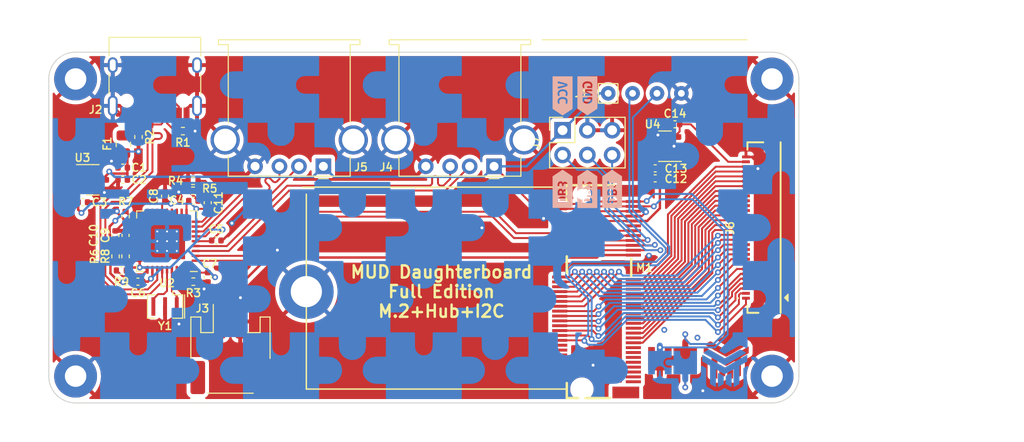
<source format=kicad_pcb>
(kicad_pcb (version 20211014) (generator pcbnew)
  (layers (0 "F.Cu" signal) (31 "B.Cu" signal) (34 "B.Paste" user) (35 "F.Paste" user) (36 "B.SilkS" user "B.Silkscreen") (37 "F.SilkS" user "F.Silkscreen") (38 "B.Mask" user) (39 "F.Mask" user) (44 "Edge.Cuts" user))
  (net 0 "")
  (net 1 "vout")
  (net 2 "GND")
  (net 3 "+3V3")
  (net 4 "Net-(F1-Pad2)")
  (net 5 "+5V")
  (net 6 "Net-(J2-PadA5)")
  (net 7 "DI+")
  (net 8 "DI-")
  (net 10 "Net-(J2-PadB5)")
  (net 12 "vbat")
  (net 13 "D2-")
  (net 14 "D2+")
  (net 15 "D3-")
  (net 16 "D3+")
  (net 17 "P0")
  (net 18 "P1")
  (net 19 "P2")
  (net 20 "P3")
  (net 21 "P4")
  (net 22 "P5")
  (net 23 "P6")
  (net 24 "P7")
  (net 25 "P8")
  (net 26 "P9")
  (net 27 "P10")
  (net 28 "P11")
  (net 29 "I2C_SDA")
  (net 30 "I2C_SCL")
  (net 31 "P14")
  (net 32 "P15")
  (net 33 "P16")
  (net 34 "P17")
  (net 35 "P18")
  (net 36 "P19")
  (net 37 "P20")
  (net 38 "P21")
  (net 39 "P22")
  (net 40 "P23")
  (net 41 "P24")
  (net 42 "P25")
  (net 43 "P26")
  (net 44 "P27")
  (net 45 "reset1")
  (net 46 "reset2")
  (net 49 "D1+")
  (net 50 "D1-")
  (net 51 "DEBUG1")
  (net 52 "DEBUG2")
  (net 53 "DEBUG3")
  (net 70 "Net-(R3-Pad2)")
  (net 71 "Net-(R4-Pad1)")
  (net 72 "Net-(R5-Pad1)")
  (net 73 "Net-(R6-Pad2)")
  (net 74 "Net-(R7-Pad2)")
  (net 75 "Net-(R8-Pad2)")
  (net 84 "Net-(U2-Pad32)")
  (net 85 "Net-(U2-Pad33)")
  (net 90 "mbout")
  (footprint "Capacitor_SMD:C_0402_1005Metric" (layer "F.Cu") (at 7.58 13.1 180)
    (fp_text reference "C2")
    (fp_text value "1uF")
  )
  (footprint "MountingHole:MountingHole_2.2mm_M2_Pad" (layer "F.Cu") (at 74.15 33.25)
    (fp_text reference "H2" hide)
    (fp_text value "Case attach (M2)")
  )
  (footprint "Resistor_SMD:R_0402_1005Metric" (layer "F.Cu") (at 14.822699 23.55 180)
    (fp_text reference "R3")
    (fp_text value "12k")
  )
  (footprint "Resistor_SMD:R_0402_1005Metric" (layer "F.Cu") (at 13.75 8.1 180)
    (fp_text reference "R1")
    (fp_text value "5.1k")
  )
  (footprint "Resistor_SMD:R_0402_1005Metric" (layer "F.Cu") (at 7.442699 22.4 180)
    (fp_text reference "R9")
    (fp_text value "47k")
  )
  (footprint "MountingHole:MountingHole_2.2mm_M2_Pad" (layer "F.Cu") (at 2.75 33.25)
    (fp_text reference "H4" hide)
    (fp_text value "Case attach (M2)")
  )
  (footprint "Connector-pat-various:Magnetic Pogo 4 pin" (layer "F.Cu") (at 61.1 -1.275)
    (fp_text reference "J1")
    (fp_text value "I2C EXT")
  )
  (footprint "MountingHole:MountingHole_2.2mm_M2_Pad" (layer "F.Cu") (at 2.75 2.75)
    (fp_text reference "H1" hide)
    (fp_text value "Case attach (M2)")
  )
  (footprint "Package_TO_SOT_SMD:SOT-23" (layer "F.Cu") (at 63.175 9.65 180)
    (fp_text reference "U4")
    (fp_text value "XC6206P332MR")
  )
  (footprint "Capacitor_SMD:C_0402_1005Metric" (layer "F.Cu") (at 17.177153 19.325545)
    (fp_text reference "C5")
    (fp_text value "0.1u")
  )
  (footprint "Capacitor_SMD:C_0402_1005Metric" (layer "F.Cu") (at 7.872699 18.804999 90)
    (fp_text reference "C9")
    (fp_text value "0.1u")
  )
  (footprint "LogoSmall:tt_4mm" (layer "F.Cu") (at 69.45 31.6)
    (fp_text reference "LO1" hide)
    (fp_text value "TapTap Logo" hide)
  )
  (footprint "MountingHole:MountingHole_2.2mm_M2_Pad" (layer "F.Cu") (at 74.15 2.75)
    (fp_text reference "H3" hide)
    (fp_text value "Case attach (M2)")
  )
  (footprint "Connector_JST:JST_PH_S2B-PH-SM4-TB_1x02-1MP_P2.00mm_Horizontal" (layer "F.Cu") (at 18.625 30.49)
    (fp_text reference "J3")
    (fp_text value "BATTERY JST")
  )
  (footprint "Resistor_SMD:R_0402_1005Metric" (layer "F.Cu") (at 14.792699 13.2 180)
    (fp_text reference "R4")
    (fp_text value "12k")
  )
  (footprint "Capacitor_SMD:C_0402_1005Metric" (layer "F.Cu") (at 9.142699 23.55 180)
    (fp_text reference "C6")
    (fp_text value "0.1u")
  )
  (footprint "Connector_USB:USB_C_Receptacle_HRO_TYPE-C-31-M-12" (layer "F.Cu") (at 10.88 2.375 180)
    (fp_text reference "J2")
    (fp_text value "HRO-TYPEC-M12")
  )
  (footprint "Capacitor_SMD:C_0402_1005Metric" (layer "F.Cu") (at 7.58 11.85 180)
    (fp_text reference "C1")
    (fp_text value "4.7uF")
  )
  (footprint "Resistor_SMD:R_0402_1005Metric" (layer "F.Cu") (at 6.847699 20.955 90)
    (fp_text reference "R6")
    (fp_text value "47k")
  )
  (footprint "Capacitor_SMD:C_0402_1005Metric" (layer "F.Cu") (at 16.297699 23.105 -90)
    (fp_text reference "C7")
    (fp_text value "0.1u")
  )
  (footprint "Capacitor_SMD:C_0402_1005Metric" (layer "F.Cu") (at 64.195 7.4 180)
    (fp_text reference "C14")
    (fp_text value "1uF")
  )
  (footprint "Capacitor_SMD:C_0402_1005Metric" (layer "F.Cu") (at 14.827699 15.25)
    (fp_text reference "C4")
    (fp_text value "0.1u")
  )
  (footprint "Capacitor_SMD:C_0402_1005Metric" (layer "F.Cu") (at 62.17 11.925 180)
    (fp_text reference "C13")
    (fp_text value "1uF")
  )
  (footprint "m2ngff:m2-bracket-key-e" (layer "F.Cu") (at 56.155 24.575 -90)
    (fp_text reference "M1")
    (fp_text value "M.2_Key_E")
  )
  (footprint "Capacitor_SMD:C_0402_1005Metric" (layer "F.Cu") (at 11.922699 14.77 90)
    (fp_text reference "C8")
    (fp_text value "0.1u")
  )
  (footprint "LogoSmall:Full-brd" (layer "F.Cu") (at 38.45 18)
    (fp_text reference "Ref**" hide)
    (fp_text value "Val**" hide)
  )
  (footprint "Resistor_SMD:R_0402_1005Metric" (layer "F.Cu") (at 9.2 8.705 -90)
    (fp_text reference "R2")
    (fp_text value "5.1k")
  )
  (footprint "Connector_USB:USB_A_Stewart_SS-52100-001_Horizontal" (layer "F.Cu") (at 28.15 11.715 180)
    (fp_text reference "J5")
    (fp_text value "USB_A")
  )
  (footprint "Capacitor_SMD:C_0402_1005Metric" (layer "F.Cu") (at 16.2977 15.45 90)
    (fp_text reference "C11")
    (fp_text value "1u")
  )
  (footprint "Connector_USB:USB_A_Stewart_SS-52100-001_Horizontal" (layer "F.Cu") (at 45.65 11.715 180)
    (fp_text reference "J4")
    (fp_text value "USB_A")
  )
  (footprint "Resistor_SMD:R_0805_2012Metric" (layer "F.Cu") (at 7.65 9.4625 90)
    (fp_text reference "F1")
    (fp_text value "Polyfuse")
  )
  (footprint "Package_TO_SOT_SMD:SOT-23" (layer "F.Cu") (at 4.5125 13.1)
    (fp_text reference "U3")
    (fp_text value "XC6206P332MR")
  )
  (footprint "Connector_PinSocket_2.54mm:PinSocket_2x03_P2.54mm_Vertical" (layer "F.Cu") (at 52.675 8.01 90)
    (fp_text reference "J7")
    (fp_text value "Conn_02x03_Odd_Even")
  )
  (footprint "Resistor_SMD:R_0402_1005Metric" (layer "F.Cu") (at 14.792699 14.225001 180)
    (fp_text reference "R5")
    (fp_text value "12k")
  )
  (footprint "Capacitor_SMD:C_0402_1005Metric" (layer "F.Cu") (at 62.17 12.95 180)
    (fp_text reference "C12")
    (fp_text value "4.7uF")
  )
  (footprint "Resistor_SMD:R_0402_1005Metric" (layer "F.Cu") (at 7.872699 16.85 90)
    (fp_text reference "R7")
    (fp_text value "47k")
  )
  (footprint "Package_DFN_QFN:QFN-36-1EP_6x6mm_P0.5mm_EP3.7x3.7mm_ThermalVias" (layer "F.Cu") (at 12.122699 19.4 180)
    (fp_text reference "U2")
    (fp_text value "USB2514B_Bi")
  )
  (footprint "Resistor_SMD:R_0402_1005Metric" (layer "F.Cu") (at 7.872699 20.950001 90)
    (fp_text reference "R8")
    (fp_text value "47k")
  )
  (footprint "LogoSmall:LogoSmall_Cu" (layer "F.Cu") (at 63.95 31.45)
    (fp_text reference "LO2" hide)
    (fp_text value "MUD LOGO" hide)
  )
  (footprint "MountingHole:MountingHole_3.2mm_M3_DIN965_Pad" (layer "F.Cu") (at 26.405 24.575)
    (fp_text reference "H5" hide)
    (fp_text value "M.2 Mount (M3)")
  )
  (footprint "Crystal:Resonator_SMD_Murata_CSTxExxV-3Pin_3.0x1.1mm" (layer "F.Cu") (at 11.922699 26.1 180)
    (fp_text reference "Y1")
    (fp_text value "12MHZ")
  )
  (footprint "Capacitor_SMD:C_0402_1005Metric" (layer "F.Cu") (at 3.4925 15.399999)
    (fp_text reference "C3")
    (fp_text value "1uF")
  )
  (footprint "Connector-pat-various:100519223010ELF" (layer "F.Cu") (at 73.25 18 90)
    (fp_text reference "J6")
    (fp_text value "FFC" hide)
  )
  (footprint "Capacitor_SMD:C_0402_1005Metric" (layer "F.Cu") (at 6.822699 18.82 90)
    (fp_text reference "C10")
    (fp_text value "4.7u")
  )
  (footprint "kibuzzard-623B2559" (layer "B.Cu") (at 55.215 14.028466 90)
    (fp_text reference "kibuzzard-623B2559" hide)
    (fp_text value "G***" hide)
  )
  (footprint "kibuzzard-623B2578" (layer "B.Cu") (at 52.675 4.487938 -90)
    (fp_text reference "kibuzzard-623B2578" hide)
    (fp_text value "G***" hide)
  )
  (footprint "LogoSmall:tt_4mm" (layer "B.Cu") (at 69.3 32.45 180)
    (fp_text reference "LO4" hide)
    (fp_text value "TapTap Logo" hide)
  )
  (footprint "kibuzzard-623B2562" (layer "B.Cu") (at 52.675 14.021058 90)
    (fp_text reference "kibuzzard-623B2562" hide)
    (fp_text value "G***" hide)
  )
  (footprint "kibuzzard-623B2586" (layer "B.Cu") (at 55.218969 4.48 -90)
    (fp_text reference "kibuzzard-623B2586" hide)
    (fp_text value "G***" hide)
  )
  (footprint "kibuzzard-623B2553" (layer "B.Cu") (at 57.755 14.024233 90)
    (fp_text reference "kibuzzard-623B2553" hide)
    (fp_text value "G***" hide)
  )
  (footprint "LogoSmall:LogoSmall_Cu" (layer "B.Cu") (at 63.95 31.85 180)
    (fp_text reference "LO3" hide)
    (fp_text value "MUD LOGO" hide)
  )
  (gr_line (start 26.405 34.575) (end 53.107 34.575) (layer "F.SilkS") (width 0.15))
  (gr_line (start 26.405 14.575) (end 26.405 34.575) (layer "F.SilkS") (width 0.15))
  (gr_line (start 52.75 13.85) (end 26.05 13.85) (layer "F.SilkS") (width 0.15))
  (gr_arc locked (start 74.15 0) (mid 76.094544 0.805456) (end 76.9 2.75) (layer "Edge.Cuts") (width 0.1))
  (gr_arc locked (start 0 2.75) (mid 0.805456 0.805456) (end 2.75 0) (layer "Edge.Cuts") (width 0.1))
  (gr_line locked (start 2.75 36) (end 74.15 36) (layer "Edge.Cuts") (width 0.1))
  (gr_line locked (start 74.15 0) (end 2.75 0) (layer "Edge.Cuts") (width 0.1))
  (gr_line locked (start 0 2.75) (end 0 33.25) (layer "Edge.Cuts") (width 0.1))
  (gr_line locked (start 76.9 33.25) (end 76.9 2.75) (layer "Edge.Cuts") (width 0.1))
  (gr_arc locked (start 2.75 36) (mid 0.805456 35.194544) (end 0 33.25) (layer "Edge.Cuts") (width 0.1))
  (gr_arc locked (start 76.9 33.25) (mid 76.094544 35.194544) (end 74.15 36) (layer "Edge.Cuts") (width 0.1))
  (gr_text "MUD Daughterboard\nFull Edition\nM.2+Hub+I2C" (at 40.255 24.575) (layer "F.SilkS") (effects (font (size 1.25 1.25) (thickness 0.25))))
  (segment (start 62.65 12.95) (end 62.65 11.925) (width 0.25) (layer "F.Cu") (net 1))
  (segment (start 59.93 17.325) (end 56.18 17.325) (width 0.2) (layer "F.Cu") (net 1))
  (segment (start 56.18 17.325) (end 55.93 17.575) (width 0.2) (layer "F.Cu") (net 1))
  (segment (start 62.65 10.0625) (end 62.2375 9.65) (width 0.25) (layer "F.Cu") (net 1))
  (segment (start 62.65 11.925) (end 62.65 10.0625) (width 0.25) (layer "F.Cu") (net 1))
  (segment (start 61.344665 17.325) (end 59.93 17.325) (width 0.25) (layer "F.Cu") (net 1))
  (segment (start 62.65 12.95) (end 62.65 16.019665) (width 0.25) (layer "F.Cu") (net 1))
  (segment (start 55.93 17.575) (end 52.38 17.575) (width 0.2) (layer "F.Cu") (net 1))
  (segment (start 62.65 16.019665) (end 61.344665 17.325) (width 0.25) (layer "F.Cu") (net 1))
  (segment (start 16.297699 23.775) (end 16.322699 23.8) (width 0.25) (layer "F.Cu") (net 2))
  (segment (start 7.1 13.1) (end 7 13.1) (width 0.25) (layer "F.Cu") (net 2))
  (segment (start 6.986716 16.323517) (end 6.986716 16.444017) (width 0.25) (layer "F.Cu") (net 2))
  (segment (start 71.475 10.75) (end 72.074022 10.75) (width 0.25) (layer "F.Cu") (net 2))
  (segment (start 18.422699 18.7) (end 18.772699 18.35) (width 0.25) (layer "F.Cu") (net 2))
  (segment (start 17.797154 19.325545) (end 18.422699 18.7) (width 0.25) (layer "F.Cu") (net 2))
  (segment (start 14.312699 14.225001) (end 13.447698 14.225001) (width 0.25) (layer "F.Cu") (net 2))
  (segment (start 6.986716 16.444017) (end 7.872699 17.33) (width 0.25) (layer "F.Cu") (net 2))
  (segment (start 7 13.1) (end 5.7 14.4) (width 0.25) (layer "F.Cu") (net 2))
  (segment (start 12.345398 27.9) (end 11.922699 27.477301) (width 0.25) (layer "F.Cu") (net 2))
  (segment (start 9.2 10.2) (end 9.2 9.185) (width 0.2) (layer "F.Cu") (net 2))
  (segment (start 72.7 11.375978) (end 72.7 11.95) (width 0.25) (layer "F.Cu") (net 2))
  (segment (start 16.297699 23.585) (end 16.297699 23.775) (width 0.25) (layer "F.Cu") (net 2))
  (segment (start 55.93 17.074999) (end 52.38 17.074999) (width 0.2) (layer "F.Cu") (net 2))
  (segment (start 18.772699 18.35) (end 18.772699 17.55) (width 0.25) (layer "F.Cu") (net 2))
  (segment (start 7.1 11.85) (end 6.428248 11.178248) (width 0.25) (layer "F.Cu") (net 2))
  (segment (start 19.65 25.2) (end 19.65 27.615) (width 0.25) (layer "F.Cu") (net 2))
  (segment (start 63.715 7.4) (end 63.55 7.4) (width 0.25) (layer "F.Cu") (net 2))
  (segment (start 72.074022 10.75) (end 72.7 11.375978) (width 0.25) (layer "F.Cu") (net 2))
  (segment (start 59.93 16.825) (end 56.18 16.825) (width 0.2) (layer "F.Cu") (net 2))
  (segment (start 19.65 27.615) (end 19.625 27.64) (width 0.25) (layer "F.Cu") (net 2))
  (segment (start 16.0177 15.25) (end 15.307699 15.25) (width 0.25) (layer "F.Cu") (net 2))
  (segment (start 13.35 27.9) (end 12.345398 27.9) (width 0.25) (layer "F.Cu") (net 2))
  (segment (start 16.322699 23.8) (end 16.322699 23.9) (width 0.25) (layer "F.Cu") (net 2))
  (segment (start 15 8.1) (end 14.23 8.1) (width 0.25) (layer "F.Cu") (net 2))
  (segment (start 15.307699 15.220001) (end 14.312699 14.225001) (width 0.25) (layer "F.Cu") (net 2))
  (segment (start 6.862699 18.34) (end 7.872699 17.33) (width 0.25) (layer "F.Cu") (net 2))
  (segment (start 6.687699 21.435) (end 6.322699 21.8) (width 0.25) (layer "F.Cu") (net 2))
  (segment (start 6.322699 22.7) (end 7.222699 23.6) (width 0.25) (layer "F.Cu") (net 2))
  (segment (start 8.662699 23.55) (end 7.672699 23.55) (width 0.25) (layer "F.Cu") (net 2))
  (segment (start 16.322699 23.9) (end 15.922699 24.3) (width 0.25) (layer "F.Cu") (net 2))
  (segment (start 7.222699 23.6) (end 7.622699 23.6) (width 0.25) (layer "F.Cu") (net 2))
  (segment (start 7.475 6.42) (end 6.56 5.505) (width 0.2) (layer "F.Cu") (net 2))
  (segment (start 56.18 16.825) (end 55.93 17.074999) (width 0.2) (layer "F.Cu") (net 2))
  (segment (start 61.225 16.4) (end 60.8 16.825) (width 0.2) (layer "F.Cu") (net 2))
  (segment (start 52.38 17.075) (end 50.735 17.075) (width 0.2) (layer "F.Cu") (net 2))
  (segment (start 6.847699 21.435) (end 7.8677 21.435) (width 0.25) (layer "F.Cu") (net 2))
  (segment (start 60.8 16.825) (end 59.93 16.825) (width 0.2) (layer "F.Cu") (net 2))
  (segment (start 6.322699 21.8) (end 6.322699 22.7) (width 0.25) (layer "F.Cu") (net 2))
  (segment (start 13.447698 14.225001) (end 13.322699 14.35) (width 0.25) (layer "F.Cu") (net 2))
  (segment (start 50.735 17.075) (end 50.725 17.065) (width 0.2) (layer "F.Cu") (net 2))
  (segment (start 63.55 7.4) (end 62.45 8.5) (width 0.25) (layer "F.Cu") (net 2))
  (segment (start 11.922699 27.477301) (end 11.922699 26.1) (width 0.25) (layer "F.Cu") (net 2))
  (segment (start 16.2977 14.97) (end 16.0177 15.25) (width 0.25) (layer "F.Cu") (net 2))
  (segment (start 7.672699 23.55) (end 7.622699 23.6) (width 0.25) (layer "F.Cu") (net 2))
  (via (at 44.405 18.025) (size 0.6) (drill 0.3) (layers "F.Cu" "B.Cu") (net 2))
  (via (at 67.05 34.75) (size 0.6) (drill 0.3) (layers "F.Cu" "B.Cu") (net 2))
  (via (at 5.7 14.4) (size 0.6) (drill 0.3) (layers "F.Cu" "B.Cu") (net 2))
  (via (at 19.65 25.2) (size 0.6) (drill 0.3) (layers "F.Cu" "B.Cu") (net 2))
  (via (at 61.525 20.875) (size 0.6) (drill 0.3) (layers "F.Cu" "B.Cu") (net 2))
  (via (at 72.7 11.95) (size 0.6) (drill 0.3) (layers "F.Cu" "B.Cu") (net 2))
  (via (at 9.2 10.2) (size 0.6) (drill 0.3) (layers "F.Cu" "B.Cu") (net 2))
  (via (at 6.986716 16.323517) (size 0.6) (drill 0.3) (layers "F.Cu" "B.Cu") (net 2))
  (via (at 63.1 28.5) (size 0.6) (drill 0.3) (layers "F.Cu" "B.Cu") (net 2))
  (via (at 15.922699 24.3) (size 0.6) (drill 0.3) (layers "F.Cu" "B.Cu") (net 2))
  (via (at 62.45 8.5) (size 0.6) (drill 0.3) (layers "F.Cu" "B.Cu") (net 2))
  (via (at 15 8.1) (size 0.6) (drill 0.3) (layers "F.Cu" "B.Cu") (net 2))
  (via (at 7.622699 23.6) (size 0.6) (drill 0.3) (layers "F.Cu" "B.Cu") (net 2))
  (via (at 50.725 17.065) (size 0.6) (drill 0.3) (layers "F.Cu" "B.Cu") (net 2))
  (via (at 66.5 29.3) (size 0.6) (drill 0.3) (layers "F.Cu" "B.Cu") (net 2))
  (via (at 18.772699 17.55) (size 0.6) (drill 0.3) (layers "F.Cu" "B.Cu") (net 2))
  (via (at 13.35 27.9) (size 0.6) (drill 0.3) (layers "F.Cu" "B.Cu") (net 2))
  (via (at 6.428248 11.178248) (size 0.6) (drill 0.3) (layers "F.Cu" "B.Cu") (net 2))
  (via (at 23.435 20.315) (size 0.6) (drill 0.3) (layers "F.Cu" "B.Cu") (net 2))
  (via (at 64.1 9.65) (size 0.6) (drill 0.3) (layers "F.Cu" "B.Cu") (net 2))
  (via (at 13.322699 14.35) (size 0.6) (drill 0.3) (layers "F.Cu" "B.Cu") (net 2))
  (via (at 55.8 32.125) (size 0.6) (drill 0.3) (layers "F.Cu" "B.Cu") (net 2))
  (via (at 61.225 16.4) (size 0.6) (drill 0.3) (layers "F.Cu" "B.Cu") (net 2))
  (segment (start 8 23.6) (end 8.15 23.45) (width 0.25) (layer "B.Cu") (net 2))
  (segment (start 9.2 10.2) (end 7.45 10.2) (width 0.2) (layer "B.Cu") (net 2))
  (segment (start 20.222699 16.1) (end 20.55 16.1) (width 0.25) (layer "B.Cu") (net 2))
  (segment (start 7.45 10.2) (end 6.471752 11.178248) (width 0.2) (layer "B.Cu") (net 2))
  (segment (start 18.772699 17.55) (end 20.222699 16.1) (width 0.25) (layer "B.Cu") (net 2))
  (segment (start 7.622699 23.6) (end 8 23.6) (width 0.25) (layer "B.Cu") (net 2))
  (segment (start 11.122699 20.4) (end 10.1 20.4) (width 0.25) (layer "B.Cu") (net 2))
  (segment (start 6.471752 11.178248) (end 6.428248 11.178248) (width 0.2) (layer "B.Cu") (net 2))
  (segment (start 3.35 16.5) (end 3.0125 16.1625) (width 0.25) (layer "F.Cu") (net 3))
  (segment (start 11.622699 16.4625) (end 11.622699 15.549999) (width 0.2) (layer "F.Cu") (net 3))
  (segment (start 3.0125 16.1625) (end 3.0125 15.399999) (width 0.25) (layer "F.Cu") (net 3))
  (segment (start 10.167033 23.55) (end 9.622699 23.55) (width 0.25) (layer "F.Cu") (net 3))
  (segment (start 10.622699 23.094334) (end 10.622699 22.3375) (width 0.25) (layer "F.Cu") (net 3))
  (segment (start 16.297699 22.625) (end 14.410199 22.625) (width 0.2) (layer "F.Cu") (net 3))
  (segment (start 6.238179 18.71548) (end 6.822699 19.3) (width 0.25) (layer "F.Cu") (net 3))
  (segment (start 8.522699 22.8) (end 8.322699 23) (width 0.2) (layer "F.Cu") (net 3))
  (segment (start 14.122699 15.474999) (end 14.347699 15.249999) (width 0.2) (layer "F.Cu") (net 3))
  (segment (start 10.122699 22.3375) (end 9.885199 22.1) (width 0.25) (layer "F.Cu") (net 3))
  (segment (start 6.8377 19.284999) (end 7.872699 19.284999) (width 0.25) (layer "F.Cu") (net 3))
  (segment (start 3.0125 15.4) (end 3.0125 14.6125) (width 0.2) (layer "F.Cu") (net 3))
  (segment (start 9.322699 22.1) (end 8.222699 22.1) (width 0.25) (layer "F.Cu") (net 3))
  (segment (start 7.562699 23) (end 6.962699 22.4) (width 0.2) (layer "F.Cu") (net 3))
  (segment (start 11.622699 15.549999) (end 11.922699 15.249999) (width 0.2) (layer "F.Cu") (net 3))
  (segment (start 9.322699 22.1) (end 9.322699 21.5375) (width 0.25) (layer "F.Cu") (net 3))
  (segment (start 15.122699 16.074999) (end 14.347699 15.299999) (width 0.2) (layer "F.Cu") (net 3))
  (segment (start 9.622699 22.8) (end 8.522699 22.8) (width 0.2) (layer "F.Cu") (net 3))
  (segment (start 17.822699 18.2) (end 16.697153 19.325545) (width 0.2) (layer "F.Cu") (net 3))
  (segment (start 8.222699 22.1) (end 7.922699 22.4) (width 0.25) (layer "F.Cu") (net 3))
  (segment (start 6.822699 17.3) (end 6.238179 17.88452) (width 0.25) (layer "F.Cu") (net 3))
  (segment (start 16.297699 22.625) (end 16.572699 22.624999) (width 0.2) (layer "F.Cu") (net 3))
  (segment (start 16.622698 19.4) (end 15.060199 19.4) (width 0.2) (layer "F.Cu") (net 3))
  (segment (start 14.410199 22.625) (end 14.122699 22.3375) (width 0.2) (layer "F.Cu") (net 3))
  (segment (start 6.238179 17.88452) (end 6.238179 18.71548) (width 0.25) (layer "F.Cu") (net 3))
  (segment (start 9.885199 22.1) (end 9.322699 22.1) (width 0.25) (layer "F.Cu") (net 3))
  (segment (start 10.469866 23.247167) (end 10.167033 23.55) (width 0.25) (layer "F.Cu") (net 3))
  (segment (start 12.222699 15.249999) (end 12.522699 15.549999) (width 0.2) (layer "F.Cu") (net 3))
  (segment (start 14.122699 16.4625) (end 14.122699 15.474999) (width 0.2) (layer "F.Cu") (net 3))
  (segment (start 10.469866 23.247167) (end 10.622699 23.094334) (width 0.25) (layer "F.Cu") (net 3))
  (segment (start 9.185199 19.4) (end 7.9877 19.4) (width 0.2) (layer "F.Cu") (net 3))
  (segment (start 11.922699 15.249999) (end 12.222699 15.249999) (width 0.2) (layer "F.Cu") (net 3))
  (segment (start 3.0125 14.6125) (end 3.575 14.05) (width 0.2) (layer "F.Cu") (net 3))
  (segment (start 16.572699 22.624999) (end 17.047699 23.1) (width 0.2) (layer "F.Cu") (net 3))
  (segment (start 15.122699 16.074999) (end 16.152701 16.074999) (width 0.2) (layer "F.Cu") (net 3))
  (segment (start 9.322699 21.5375) (end 9.185199 21.4) (width 0.25) (layer "F.Cu") (net 3))
  (segment (start 8.322699 23) (end 7.562699 23) (width 0.2) (layer "F.Cu") (net 3))
  (segment (start 10.122699 22.3375) (end 9.660199 22.8) (width 0.2) (layer "F.Cu") (net 3))
  (via (at 17.822699 18.2) (size 0.6) (drill 0.3) (layers "F.Cu" "B.Cu") (net 3))
  (via (at 17.047699 23.1) (size 0.6) (drill 0.3) (layers "F.Cu" "B.Cu") (net 3))
  (via (at 9.322699 22.1) (size 0.6) (drill 0.3) (layers "F.Cu" "B.Cu") (net 3))
  (via (at 15.122699 16.074999) (size 0.6) (drill 0.3) (layers "F.Cu" "B.Cu") (net 3))
  (via (at 3.35 16.5) (size 0.6) (drill 0.3) (layers "F.Cu" "B.Cu") (net 3))
  (via (at 12.522699 15.549999) (size 0.6) (drill 0.3) (layers "F.Cu" "B.Cu") (net 3))
  (via (at 10.469866 23.247167) (size 0.6) (drill 0.3) (layers "F.Cu" "B.Cu") (net 3))
  (via (at 6.822699 17.3) (size 0.6) (drill 0.3) (layers "F.Cu" "B.Cu") (net 3))
  (segment (start 4.300001 15.549999) (end 8.5727 15.549999) (width 0.25) (layer "B.Cu") (net 3))
  (segment (start 15.871721 18.7) (end 15.122699 19.449022) (width 0.2) (layer "B.Cu") (net 3))
  (segment (start 14.22221 20.349511) (end 14.29721 20.349511) (width 0.25) (layer "B.Cu") (net 3))
  (segment (start 3.35 16.5) (end 4.300001 15.549999) (width 0.25) (layer "B.Cu") (net 3))
  (segment (start 12.522699 15.549999) (end 8.5727 15.549999) (width 0.25) (layer "B.Cu") (net 3))
  (segment (start 12.471721 22.1) (end 14.22221 20.349511) (width 0.25) (layer "B.Cu") (net 3))
  (segment (start 16.372699 18.2) (end 15.876955 18.695744) (width 0.2) (layer "B.Cu") (net 3))
  (segment (start 12.522699 15.549999) (end 14.597699 15.549999) (width 0.2) (layer "B.Cu") (net 3))
  (segment (start 15.122699 19.449022) (end 15.122699 16.074999) (width 0.25) (layer "B.Cu") (net 3))
  (segment (start 14.29721 20.349511) (end 17.047699 23.1) (width 0.25) (layer "B.Cu") (net 3))
  (segment (start 8.5727 15.549999) (end 6.822699 17.3) (width 0.25) (layer "B.Cu") (net 3))
  (segment (start 17.822699 18.2) (end 16.372699 18.2) (width 0.2) (layer "B.Cu") (net 3))
  (segment (start 15.872699 18.7) (end 15.871721 18.7) (width 0.2) (layer "B.Cu") (net 3))
  (segment (start 9.322699 22.1) (end 12.471721 22.1) (width 0.25) (layer "B.Cu") (net 3))
  (segment (start 10.469866 23.247167) (end 11.617033 22.1) (width 0.25) (layer "B.Cu") (net 3))
  (segment (start 14.597699 15.549999) (end 15.122699 16.074999) (width 0.2) (layer "B.Cu") (net 3))
  (segment (start 14.22221 20.349511) (end 15.122699 19.449022) (width 0.25) (layer "B.Cu") (net 3))
  (segment (start 11.617033 22.1) (end 12.471721 22.1) (width 0.2) (layer "B.Cu") (net 3))
  (segment (start 9.250978 4.925) (end 8.43 5.745978) (width 0.2) (layer "F.Cu") (net 4))
  (segment (start 13.33 5.595) (end 12.66 4.925) (width 0.2) (layer "F.Cu") (net 4))
  (segment (start 12.66 4.925) (end 9.250978 4.925) (width 0.2) (layer "F.Cu") (net 4))
  (segment (start 8.43 7.745) (end 8.43 6.42) (width 0.2) (layer "F.Cu") (net 4))
  (segment (start 8.43 5.745978) (end 8.43 6.42) (width 0.2) (layer "F.Cu") (net 4))
  (segment (start 7.65 8.525) (end 8.43 7.745) (width 0.2) (layer "F.Cu") (net 4))
  (segment (start 13.33 6.42) (end 13.33 5.595) (width 0.2) (layer "F.Cu") (net 4))
  (segment (start 6.2 12.25) (end 6.2 12.35) (width 0.25) (layer "F.Cu") (net 5))
  (segment (start 51.012127 16.575) (end 50.952616 16.515489) (width 0.2) (layer "F.Cu") (net 5))
  (segment (start 50.473936 16.538936) (end 45.65 11.715) (width 0.2) (layer "F.Cu") (net 5))
  (segment (start 6.2 12.35) (end 5.45 13.1) (width 0.25) (layer "F.Cu") (net 5))
  (segment (start 59.93 16.325) (end 56.18 16.325) (width 0.2) (layer "F.Cu") (net 5))
  (segment (start 56.18 16.325) (end 55.93 16.575) (width 0.2) (layer "F.Cu") (net 5))
  (segment (start 50.952616 16.515489) (end 50.497384 16.515489) (width 0.2) (layer "F.Cu") (net 5))
  (segment (start 8.06 12.46) (end 8.06 13) (width 0.25) (layer "F.Cu") (net 5))
  (segment (start 7.65 10.375) (end 8.06 10.785) (width 0.25) (layer "F.Cu") (net 5))
  (segment (start 55.93 16.575) (end 52.38 16.575) (width 0.2) (layer "F.Cu") (net 5))
  (segment (start 52.38 16.575) (end 51.012127 16.575) (width 0.2) (layer "F.Cu") (net 5))
  (segment (start 6.2 12.25) (end 6.41 12.46) (width 0.25) (layer "F.Cu") (net 5))
  (segment (start 6.41 12.46) (end 8.06 12.46) (width 0.25) (layer "F.Cu") (net 5))
  (segment (start 8.06 10.785) (end 8.06 12.46) (width 0.25) (layer "F.Cu") (net 5))
  (segment (start 50.497384 16.515489) (end 50.473936 16.538936) (width 0.2) (layer "F.Cu") (net 5))
  (via (at 6.2 12.25) (size 0.6) (drill 0.3) (layers "F.Cu" "B.Cu") (net 5))
  (segment (start 6.739511 12.789511) (end 27.075489 12.789511) (width 0.25) (layer "B.Cu") (net 5))
  (segment (start 48.97 11.715) (end 56.46 4.225) (width 0.25) (layer "B.Cu") (net 5))
  (segment (start 56.46 4.225) (end 57.35 4.225) (width 0.25) (layer "B.Cu") (net 5))
  (segment (start 27.075489 12.789511) (end 28.15 11.715) (width 0.25) (layer "B.Cu") (net 5))
  (segment (start 6.2 12.25) (end 6.739511 12.789511) (width 0.25) (layer "B.Cu") (net 5))
  (segment (start 44.575489 12.789511) (end 45.65 11.715) (width 0.25) (layer "B.Cu") (net 5))
  (segment (start 28.15 11.715) (end 29.224511 12.789511) (width 0.25) (layer "B.Cu") (net 5))
  (segment (start 45.65 11.715) (end 48.97 11.715) (width 0.25) (layer "B.Cu") (net 5))
  (segment (start 29.224511 12.789511) (end 44.575489 12.789511) (width 0.25) (layer "B.Cu") (net 5))
  (segment (start 12.13 7.294022) (end 12.13 6.42) (width 0.2) (layer "F.Cu") (net 6))
  (segment (start 12.935978 8.1) (end 12.13 7.294022) (width 0.2) (layer "F.Cu") (net 6))
  (segment (start 13.27 8.1) (end 12.935978 8.1) (width 0.2) (layer "F.Cu") (net 6))
  (segment (start 11.622699 23.578553) (end 11.622699 22.3375) (width 0.2) (layer "F.Cu") (net 7))
  (segment (start 10.351252 24.85) (end 11.622699 23.578553) (width 0.2) (layer "F.Cu") (net 7))
  (segment (start 7.019145 24.85) (end 10.351252 24.85) (width 0.2) (layer "F.Cu") (net 7))
  (segment (start 10.13 6.42) (end 10.13 5.56) (width 0.2) (layer "F.Cu") (net 7))
  (segment (start 10.3 5.39) (end 10.92 5.39) (width 0.2) (layer "F.Cu") (net 7))
  (segment (start 6.267289 14.85) (end 5.3 15.817289) (width 0.2) (layer "F.Cu") (net 7))
  (segment (start 10.13 5.56) (end 10.3 5.39) (width 0.2) (layer "F.Cu") (net 7))
  (segment (start 10.13 12.066446) (end 7.346446 14.85) (width 0.2) (layer "F.Cu") (net 7))
  (segment (start 5.3 23.130855) (end 7.019145 24.85) (width 0.2) (layer "F.Cu") (net 7))
  (segment (start 10.13 6.42) (end 10.13 12.066446) (width 0.2) (layer "F.Cu") (net 7))
  (segment (start 10.92 5.39) (end 11.129999 5.599999) (width 0.2) (layer "F.Cu") (net 7))
  (segment (start 11.129999 5.599999) (end 11.129999 6.42) (width 0.2) (layer "F.Cu") (net 7))
  (segment (start 7.346446 14.85) (end 6.267289 14.85) (width 0.2) (layer "F.Cu") (net 7))
  (segment (start 5.3 15.817289) (end 5.3 23.130855) (width 0.2) (layer "F.Cu") (net 7))
  (segment (start 10.63 12.273554) (end 7.553554 15.35) (width 0.2) (layer "F.Cu") (net 8))
  (segment (start 10.575036 7.684964) (end 10.575035 7.684964) (width 0.2) (layer "F.Cu") (net 8))
  (segment (start 10.575035 8.284964) (end 10.575036 8.284964) (width 0.2) (layer "F.Cu") (net 8))
  (segment (start 7.553554 15.35) (end 6.474397 15.35) (width 0.2) (layer "F.Cu") (net 8))
  (segment (start 10.63 8.284964) (end 10.63 8.305) (width 0.2) (layer "F.Cu") (net 8))
  (segment (start 7.226253 24.35) (end 10.144144 24.35) (width 0.2) (layer "F.Cu") (net 8))
  (segment (start 11.63 7.294022) (end 11.504022 7.42) (width 0.2) (layer "F.Cu") (net 8))
  (segment (start 11.289929 8.905) (end 10.93 8.905) (width 0.2) (layer "F.Cu") (net 8))
  (segment (start 10.575036 8.284964) (end 10.63 8.284964) (width 0.2) (layer "F.Cu") (net 8))
  (segment (start 11.504022 7.42) (end 10.63 7.42) (width 0.2) (layer "F.Cu") (net 8))
  (segment (start 11.63 6.42) (end 11.63 7.294022) (width 0.2) (layer "F.Cu") (net 8))
  (segment (start 11.122699 23.371445) (end 11.122699 22.3375) (width 0.2) (layer "F.Cu") (net 8))
  (segment (start 10.63 8.305) (end 11.289929 8.305) (width 0.2) (layer "F.Cu") (net 8))
  (segment (start 10.63 9.205) (end 10.63 12.273554) (width 0.2) (layer "F.Cu") (net 8))
  (segment (start 10.520071 7.739928) (end 10.520071 8.23) (width 0.2) (layer "F.Cu") (net 8))
  (segment (start 5.8 16.024397) (end 5.8 22.923747) (width 0.2) (layer "F.Cu") (net 8))
  (segment (start 10.144144 24.35) (end 11.122699 23.371445) (width 0.2) (layer "F.Cu") (net 8))
  (segment (start 5.8 22.923747) (end 7.226253 24.35) (width 0.2) (layer "F.Cu") (net 8))
  (segment (start 6.474397 15.35) (end 5.8 16.024397) (width 0.2) (layer "F.Cu") (net 8))
  (segment (start 10.63 6.42) (end 10.63 7.63) (width 0.2) (layer "F.Cu") (net 8))
  (arc (start 11.589929 8.605) (mid 11.502061 8.817132) (end 11.289929 8.905) (width 0.2) (layer "F.Cu") (net 8))
  (arc (start 10.93 8.905) (mid 10.717868 8.992868) (end 10.63 9.205) (width 0.2) (layer "F.Cu") (net 8))
  (arc (start 11.289929 8.305) (mid 11.502061 8.392868) (end 11.589929 8.605) (width 0.2) (layer "F.Cu") (net 8))
  (arc (start 10.63 7.63) (mid 10.613901 7.668865) (end 10.575036 7.684964) (width 0.2) (layer "F.Cu") (net 8))
  (arc (start 10.575035 7.684964) (mid 10.53617 7.701063) (end 10.520071 7.739928) (width 0.2) (layer "F.Cu") (net 8))
  (arc (start 10.520071 8.23) (mid 10.53617 8.268865) (end 10.575035 8.284964) (width 0.2) (layer "F.Cu") (net 8))
  (segment (start 9.13 6.42) (end 9.13 8.155) (width 0.2) (layer "F.Cu") (net 10))
  (segment (start 56.445 20.825) (end 59.93 20.825) (width 0.25) (layer "F.Cu") (net 12))
  (segment (start 56.195 21.075) (end 56.445 20.825) (width 0.25) (layer "F.Cu") (net 12))
  (segment (start 22.425 21.075) (end 56.195 21.075) (width 0.25) (layer "F.Cu") (net 12))
  (segment (start 17.625 25.875) (end 22.425 21.075) (width 0.25) (layer "F.Cu") (net 12))
  (segment (start 17.625 27.64) (end 17.625 25.875) (width 0.25) (layer "F.Cu") (net 12))
  (segment (start 40.665 14.2) (end 43.15 11.715) (width 0.2) (layer "F.Cu") (net 13))
  (segment (start 15.060199 20.4) (end 18.453554 20.4) (width 0.2) (layer "F.Cu") (net 13))
  (segment (start 18.453554 20.4) (end 24.653554 14.2) (width 0.2) (layer "F.Cu") (net 13))
  (segment (start 24.653554 14.2) (end 40.665 14.2) (width 0.2) (layer "F.Cu") (net 13))
  (segment (start 18.246446 19.9) (end 15.060199 19.9) (width 0.2) (layer "F.Cu") (net 14))
  (segment (start 39.3 13.017603) (end 39.3 13.4) (width 0.2) (layer "F.Cu") (net 14))
  (segment (start 39.9 13.4) (end 39.9 13.017603) (width 0.2) (layer "F.Cu") (net 14))
  (segment (start 41.15 13.007893) (end 40.457893 13.7) (width 0.2) (layer "F.Cu") (net 14))
  (segment (start 40.457893 13.7) (end 40.2 13.7) (width 0.2) (layer "F.Cu") (net 14))
  (segment (start 39 13.7) (end 38.95 13.7) (width 0.2) (layer "F.Cu") (net 14))
  (segment (start 24.446446 13.7) (end 18.246446 19.9) (width 0.2) (layer "F.Cu") (net 14))
  (segment (start 41.15 11.715) (end 41.15 13.007893) (width 0.2) (layer "F.Cu") (net 14))
  (segment (start 38.95 13.7) (end 24.446446 13.7) (width 0.2) (layer "F.Cu") (net 14))
  (arc (start 40.2 13.7) (mid 39.987868 13.612132) (end 39.9 13.4) (width 0.2) (layer "F.Cu") (net 14))
  (arc (start 39.3 13.4) (mid 39.212132 13.612132) (end 39 13.7) (width 0.2) (layer "F.Cu") (net 14))
  (arc (start 39.9 13.017603) (mid 39.812132 12.805471) (end 39.6 12.717603) (width 0.2) (layer "F.Cu") (net 14))
  (arc (start 39.6 12.717603) (mid 39.387868 12.805471) (end 39.3 13.017603) (width 0.2) (layer "F.Cu") (net 14))
  (segment (start 22.465 14.9) (end 25.65 11.715) (width 0.2) (layer "F.Cu") (net 15))
  (segment (start 16.053554 18.9) (end 20.053554 14.9) (width 0.2) (layer "F.Cu") (net 15))
  (segment (start 15.060199 18.9) (end 16.053554 18.9) (width 0.2) (layer "F.Cu") (net 15))
  (segment (start 20.053554 14.9) (end 22.465 14.9) (width 0.2) (layer "F.Cu") (net 15))
  (segment (start 23.65 11.715) (end 23.65 13.007893) (width 0.2) (layer "F.Cu") (net 16))
  (segment (start 23.65 13.007893) (end 23.403947 13.253946) (width 0.2) (layer "F.Cu") (net 16))
  (segment (start 22.709285 12.983549) (end 22.979682 13.253946) (width 0.2) (layer "F.Cu") (net 16))
  (segment (start 15.846446 18.4) (end 15.060199 18.4) (width 0.2) (layer "F.Cu") (net 16))
  (segment (start 22.257893 14.4) (end 22.555418 14.102473) (width 0.2) (layer "F.Cu") (net 16))
  (segment (start 22.285021 13.407813) (end 22.555417 13.678209) (width 0.2) (layer "F.Cu") (net 16))
  (segment (start 22.257893 14.4) (end 19.846446 14.4) (width 0.2) (layer "F.Cu") (net 16))
  (segment (start 19.846446 14.4) (end 15.846446 18.4) (width 0.2) (layer "F.Cu") (net 16))
  (arc (start 22.555417 13.678209) (mid 22.643285 13.890341) (end 22.555417 14.102473) (width 0.2) (layer "F.Cu") (net 16))
  (arc (start 23.403947 13.253946) (mid 23.191814 13.341814) (end 22.979681 13.253946) (width 0.2) (layer "F.Cu") (net 16))
  (arc (start 22.709285 12.983549) (mid 22.497153 12.895681) (end 22.285021 12.983549) (width 0.2) (layer "F.Cu") (net 16))
  (arc (start 22.285021 12.983549) (mid 22.197153 13.195681) (end 22.285021 13.407813) (width 0.2) (layer "F.Cu") (net 16))
  (segment (start 68.6 23.375) (end 68.826483 23.148517) (width 0.2) (layer "F.Cu") (net 17))
  (segment (start 52.38 23.075) (end 53.38 23.075) (width 0.2) (layer "F.Cu") (net 17))
  (segment (start 68.827616 23.148517) (end 69.149511 22.826622) (width 0.2) (layer "F.Cu") (net 17))
  (segment (start 69.149511 22.825489) (end 70.225 21.75) (width 0.2) (layer "F.Cu") (net 17))
  (segment (start 69.149511 22.826622) (end 69.149511 22.825489) (width 0.2) (layer "F.Cu") (net 17))
  (segment (start 53.38 23.075) (end 53.93 22.525) (width 0.2) (layer "F.Cu") (net 17))
  (segment (start 68.826483 23.148517) (end 68.827616 23.148517) (width 0.2) (layer "F.Cu") (net 17))
  (segment (start 70.225 21.75) (end 71.475 21.75) (width 0.2) (layer "F.Cu") (net 17))
  (via (at 68.6 23.375) (size 0.6) (drill 0.3) (layers "F.Cu" "B.Cu") (net 17))
  (via (at 53.93 22.525) (size 0.6) (drill 0.3) (layers "F.Cu" "B.Cu") (net 17))
  (segment (start 56.402855 25.025479) (end 53.93 22.552624) (width 0.2) (layer "B.Cu") (net 17))
  (segment (start 66.94952 25.02548) (end 66.350645 25.025479) (width 0.2) (layer "B.Cu") (net 17))
  (segment (start 66.94952 25.02548) (end 68.6 23.375) (width 0.2) (layer "B.Cu") (net 17))
  (segment (start 66.350645 25.025479) (end 56.402855 25.025479) (width 0.2) (layer "B.Cu") (net 17))
  (segment (start 53.93 22.552624) (end 53.93 22.525) (width 0.2) (layer "B.Cu") (net 17))
  (segment (start 52.38 23.575) (end 53.657127 23.575) (width 0.2) (layer "F.Cu") (net 18))
  (segment (start 68.6 22.599006) (end 68.627624 22.599006) (width 0.2) (layer "F.Cu") (net 18))
  (segment (start 54.679503 22.552624) (end 54.679503 22.525) (width 0.2) (layer "F.Cu") (net 18))
  (segment (start 69.97663 21.25) (end 71.475 21.25) (width 0.2) (layer "F.Cu") (net 18))
  (segment (start 53.657127 23.575) (end 54.679503 22.552624) (width 0.2) (layer "F.Cu") (net 18))
  (segment (start 68.627624 22.599006) (end 69.97663 21.25) (width 0.2) (layer "F.Cu") (net 18))
  (via (at 54.679503 22.525) (size 0.6) (drill 0.3) (layers "F.Cu" "B.Cu") (net 18))
  (via (at 68.6 22.599006) (size 0.6) (drill 0.3) (layers "F.Cu" "B.Cu") (net 18))
  (segment (start 54.679503 22.553069) (end 56.802393 24.675959) (width 0.2) (layer "B.Cu") (net 18))
  (segment (start 54.679503 22.525) (end 54.679503 22.553069) (width 0.2) (layer "B.Cu") (net 18))
  (segment (start 66.495422 24.67596) (end 68.572376 22.599006) (width 0.2) (layer "B.Cu") (net 18))
  (segment (start 56.802393 24.675959) (end 66.495422 24.67596) (width 0.2) (layer "B.Cu") (net 18))
  (segment (start 52.38 24.075) (end 53.90663 24.075) (width 0.2) (layer "F.Cu") (net 19))
  (segment (start 68.6 21.849503) (end 68.824992 21.624511) (width 0.2) (layer "F.Cu") (net 19))
  (segment (start 55.428561 22.553069) (end 55.428561 22.525) (width 0.2) (layer "F.Cu") (net 19))
  (segment (start 69.699503 20.75) (end 71.475 20.75) (width 0.2) (layer "F.Cu") (net 19))
  (segment (start 69.149511 21.299992) (end 69.699503 20.75) (width 0.2) (layer "F.Cu") (net 19))
  (segment (start 68.824992 21.624511) (end 68.827616 21.624511) (width 0.2) (layer "F.Cu") (net 19))
  (segment (start 69.149511 21.302616) (end 69.149511 21.299992) (width 0.2) (layer "F.Cu") (net 19))
  (segment (start 68.827616 21.624511) (end 69.149511 21.302616) (width 0.2) (layer "F.Cu") (net 19))
  (segment (start 53.90663 24.075) (end 55.428561 22.553069) (width 0.2) (layer "F.Cu") (net 19))
  (via (at 55.428561 22.525) (size 0.6) (drill 0.3) (layers "F.Cu" "B.Cu") (net 19))
  (via (at 68.6 21.849503) (size 0.6) (drill 0.3) (layers "F.Cu" "B.Cu") (net 19))
  (segment (start 66.073558 24.326438) (end 66.07356 24.32644) (width 0.2) (layer "B.Cu") (net 19))
  (segment (start 55.428561 22.525) (end 55.428561 22.553182) (width 0.2) (layer "B.Cu") (net 19))
  (segment (start 66.07356 24.32644) (end 68.550497 21.849503) (width 0.2) (layer "B.Cu") (net 19))
  (segment (start 58.525 24.326439) (end 66.073558 24.326438) (width 0.2) (layer "B.Cu") (net 19))
  (segment (start 55.428561 22.553182) (end 57.201819 24.32644) (width 0.2) (layer "B.Cu") (net 19))
  (segment (start 57.201819 24.32644) (end 58.525 24.326439) (width 0.2) (layer "B.Cu") (net 19))
  (segment (start 68.550497 21.849503) (end 68.6 21.849503) (width 0.2) (layer "B.Cu") (net 19))
  (segment (start 56.177506 22.553182) (end 56.177506 22.525) (width 0.2) (layer "F.Cu") (net 20))
  (segment (start 54.155688 24.575) (end 56.177506 22.553182) (width 0.2) (layer "F.Cu") (net 20))
  (segment (start 68.6 21.075) (end 68.6375 21.075) (width 0.2) (layer "F.Cu") (net 20))
  (segment (start 68.6375 21.075) (end 69.4625 20.25) (width 0.2) (layer "F.Cu") (net 20))
  (segment (start 69.4625 20.25) (end 71.475 20.25) (width 0.2) (layer "F.Cu") (net 20))
  (segment (start 52.38 24.575) (end 54.155688 24.575) (width 0.2) (layer "F.Cu") (net 20))
  (via (at 56.177506 22.525) (size 0.6) (drill 0.3) (layers "F.Cu" "B.Cu") (net 20))
  (via (at 68.6 21.075) (size 0.6) (drill 0.3) (layers "F.Cu" "B.Cu") (net 20))
  (segment (start 68.597376 21.075) (end 68.6 21.075) (width 0.2) (layer "B.Cu") (net 20))
  (segment (start 56.177506 22.552986) (end 57.60144 23.97692) (width 0.2) (layer "B.Cu") (net 20))
  (segment (start 56.177506 22.525) (end 56.177506 22.552986) (width 0.2) (layer "B.Cu") (net 20))
  (segment (start 58.143936 23.976919) (end 65.695457 23.976919) (width 0.2) (layer "B.Cu") (net 20))
  (segment (start 65.695457 23.976919) (end 68.597376 21.075) (width 0.2) (layer "B.Cu") (net 20))
  (segment (start 57.60144 23.97692) (end 58.143936 23.976919) (width 0.2) (layer "B.Cu") (net 20))
  (segment (start 68.627624 20.324006) (end 69.20163 19.75) (width 0.2) (layer "F.Cu") (net 21))
  (segment (start 69.20163 19.75) (end 71.475 19.75) (width 0.2) (layer "F.Cu") (net 21))
  (segment (start 68.5745 20.324006) (end 68.627624 20.324006) (width 0.2) (layer "F.Cu") (net 21))
  (segment (start 54.404633 25.075) (end 56.926647 22.552986) (width 0.2) (layer "F.Cu") (net 21))
  (segment (start 56.926647 22.552986) (end 56.926647 22.525) (width 0.2) (layer "F.Cu") (net 21))
  (segment (start 52.38 25.075) (end 54.404633 25.075) (width 0.2) (layer "F.Cu") (net 21))
  (via (at 56.926647 22.525) (size 0.6) (drill 0.3) (layers "F.Cu" "B.Cu") (net 21))
  (via (at 68.6 20.324006) (size 0.6) (drill 0.3) (layers "F.Cu" "B.Cu") (net 21))
  (segment (start 57.999159 23.6274) (end 56.926647 22.554888) (width 0.2) (layer "B.Cu") (net 21))
  (segment (start 68.475994 20.324006) (end 65.1726 23.6274) (width 0.2) (layer "B.Cu") (net 21))
  (segment (start 65.1726 23.6274) (end 57.999159 23.6274) (width 0.2) (layer "B.Cu") (net 21))
  (segment (start 68.5745 20.324006) (end 68.475994 20.324006) (width 0.2) (layer "B.Cu") (net 21))
  (segment (start 56.926647 22.554888) (end 56.926647 22.525) (width 0.2) (layer "B.Cu") (net 21))
  (segment (start 57.673886 22.554888) (end 57.673886 22.525) (width 0.2) (layer "F.Cu") (net 22))
  (segment (start 54.653774 25.575) (end 57.673886 22.554888) (width 0.2) (layer "F.Cu") (net 22))
  (segment (start 52.38 25.575) (end 54.653774 25.575) (width 0.2) (layer "F.Cu") (net 22))
  (segment (start 68.627624 19.574503) (end 68.5745 19.574503) (width 0.2) (layer "F.Cu") (net 22))
  (segment (start 68.952127 19.25) (end 68.627624 19.574503) (width 0.2) (layer "F.Cu") (net 22))
  (segment (start 71.475 19.25) (end 68.952127 19.25) (width 0.2) (layer "F.Cu") (net 22))
  (via (at 68.6 19.574503) (size 0.6) (drill 0.3) (layers "F.Cu" "B.Cu") (net 22))
  (via (at 57.673886 22.525) (size 0.6) (drill 0.3) (layers "F.Cu" "B.Cu") (net 22))
  (segment (start 68.546876 19.574503) (end 68.5745 19.574503) (width 0.2) (layer "B.Cu") (net 22))
  (segment (start 64.843499 23.27788) (end 68.546876 19.574503) (width 0.2) (layer "B.Cu") (net 22))
  (segment (start 57.673886 22.525) (end 57.673886 22.626114) (width 0.2) (layer "B.Cu") (net 22))
  (segment (start 58.325651 23.277879) (end 64.843499 23.27788) (width 0.2) (layer "B.Cu") (net 22))
  (segment (start 57.673886 22.626114) (end 58.325651 23.277879) (width 0.2) (layer "B.Cu") (net 22))
  (segment (start 58.455 22.525) (end 54.905 26.075) (width 0.2) (layer "F.Cu") (net 23))
  (segment (start 68.6495 18.75) (end 71.475 18.75) (width 0.2) (layer "F.Cu") (net 23))
  (segment (start 68.5745 18.825) (end 68.6495 18.75) (width 0.2) (layer "F.Cu") (net 23))
  (segment (start 54.905 26.075) (end 52.38 26.075) (width 0.2) (layer "F.Cu") (net 23))
  (via (at 58.455 22.525) (size 0.6) (drill 0.3) (layers "F.Cu" "B.Cu") (net 23))
  (via (at 68.6 18.825) (size 0.6) (drill 0.3) (layers "F.Cu" "B.Cu") (net 23))
  (segment (start 58.455 22.525) (end 58.85836 22.92836) (width 0.2) (layer "B.Cu") (net 23))
  (segment (start 68.55 18.825) (end 68.5745 18.825) (width 0.2) (layer "B.Cu") (net 23))
  (segment (start 64.44664 22.92836) (end 68.55 18.825) (width 0.2) (layer "B.Cu") (net 23))
  (segment (start 58.85836 22.92836) (end 64.44664 22.92836) (width 0.2) (layer "B.Cu") (net 23))
  (segment (start 68.6 24.2) (end 70.55 22.25) (width 0.2) (layer "F.Cu") (net 24))
  (segment (start 52.38 26.575) (end 55.88 26.575) (width 0.2) (layer "F.Cu") (net 24))
  (segment (start 55.88 26.575) (end 56.355 26.1) (width 0.2) (layer "F.Cu") (net 24))
  (segment (start 70.55 22.25) (end 71.475 22.25) (width 0.2) (layer "F.Cu") (net 24))
  (via (at 68.6 24.2) (size 0.6) (drill 0.3) (layers "F.Cu" "B.Cu") (net 24))
  (via (at 56.355 26.1) (size 0.6) (drill 0.3) (layers "F.Cu" "B.Cu") (net 24))
  (segment (start 68.597376 24.2) (end 68.6 24.2) (width 0.2) (layer "B.Cu") (net 24))
  (segment (start 56.355 26.1) (end 57.080001 25.374999) (width 0.2) (layer "B.Cu") (net 24))
  (segment (start 67.422376 25.375) (end 68.597376 24.2) (width 0.2) (layer "B.Cu") (net 24))
  (segment (start 57.080001 25.374999) (end 67.422376 25.375) (width 0.2) (layer "B.Cu") (net 24))
  (segment (start 52.38 27.075) (end 56.157986 27.075) (width 0.2) (layer "F.Cu") (net 25))
  (segment (start 71.475 22.75) (end 70.932888 22.75) (width 0.2) (layer "F.Cu") (net 25))
  (segment (start 70.932888 22.75) (end 68.708385 24.974503) (width 0.2) (layer "F.Cu") (net 25))
  (segment (start 68.708385 24.974503) (end 68.6 24.974503) (width 0.2) (layer "F.Cu") (net 25))
  (segment (start 56.157986 27.075) (end 56.355 26.877986) (width 0.2) (layer "F.Cu") (net 25))
  (via (at 56.355 26.877986) (size 0.6) (drill 0.3) (layers "F.Cu" "B.Cu") (net 25))
  (via (at 68.6 24.974503) (size 0.6) (drill 0.3) (layers "F.Cu" "B.Cu") (net 25))
  (segment (start 57.508466 25.72452) (end 56.355 26.877986) (width 0.2) (layer "B.Cu") (net 25))
  (segment (start 67.822359 25.72452) (end 57.508466 25.72452) (width 0.2) (layer "B.Cu") (net 25))
  (segment (start 68.572376 24.974503) (end 67.822359 25.72452) (width 0.2) (layer "B.Cu") (net 25))
  (segment (start 68.6 24.974503) (end 68.572376 24.974503) (width 0.2) (layer "B.Cu") (net 25))
  (segment (start 56.302521 27.575) (end 56.355 27.627479) (width 0.2) (layer "F.Cu") (net 26))
  (segment (start 52.38 27.575) (end 56.302521 27.575) (width 0.2) (layer "F.Cu") (net 26))
  (segment (start 69.70144 24.905397) (end 69.701441 24.475743) (width 0.2) (layer "F.Cu") (net 26))
  (segment (start 69.701441 24.475743) (end 70.927184 23.25) (width 0.2) (layer "F.Cu") (net 26))
  (segment (start 70.927184 23.25) (end 71.475 23.25) (width 0.2) (layer "F.Cu") (net 26))
  (segment (start 68.6 25.724006) (end 68.882831 25.724006) (width 0.2) (layer "F.Cu") (net 26))
  (segment (start 68.882831 25.724006) (end 69.70144 24.905397) (width 0.2) (layer "F.Cu") (net 26))
  (via (at 56.355 27.627479) (size 0.6) (drill 0.3) (layers "F.Cu" "B.Cu") (net 26))
  (via (at 68.6 25.724006) (size 0.6) (drill 0.3) (layers "F.Cu" "B.Cu") (net 26))
  (segment (start 68.222342 26.07404) (end 68.572376 25.724006) (width 0.2) (layer "B.Cu") (net 26))
  (segment (start 56.382634 27.627479) (end 57.936073 26.07404) (width 0.2) (layer "B.Cu") (net 26))
  (segment (start 68.572376 25.724006) (end 68.6 25.724006) (width 0.2) (layer "B.Cu") (net 26))
  (segment (start 57.936073 26.07404) (end 68.222342 26.07404) (width 0.2) (layer "B.Cu") (net 26))
  (segment (start 56.355 27.627479) (end 56.382634 27.627479) (width 0.2) (layer "B.Cu") (net 26))
  (segment (start 56.327376 28.376982) (end 56.355 28.376982) (width 0.2) (layer "F.Cu") (net 27))
  (segment (start 68.627624 26.473509) (end 70.05096 25.050173) (width 0.2) (layer "F.Cu") (net 27))
  (segment (start 56.025394 28.075) (end 56.327376 28.376982) (width 0.2) (layer "F.Cu") (net 27))
  (segment (start 68.6 26.473509) (end 68.627624 26.473509) (width 0.2) (layer "F.Cu") (net 27))
  (segment (start 52.38 28.075) (end 56.025394 28.075) (width 0.2) (layer "F.Cu") (net 27))
  (segment (start 70.05096 24.62052) (end 70.92148 23.75) (width 0.2) (layer "F.Cu") (net 27))
  (segment (start 70.05096 25.050173) (end 70.05096 24.62052) (width 0.2) (layer "F.Cu") (net 27))
  (segment (start 70.92148 23.75) (end 71.475 23.75) (width 0.2) (layer "F.Cu") (net 27))
  (via (at 68.6 26.473509) (size 0.6) (drill 0.3) (layers "F.Cu" "B.Cu") (net 27))
  (via (at 56.355 28.376982) (size 0.6) (drill 0.3) (layers "F.Cu" "B.Cu") (net 27))
  (segment (start 68.6 26.473509) (end 68.550052 26.423561) (width 0.2) (layer "B.Cu") (net 27))
  (segment (start 56.382624 28.376982) (end 56.355 28.376982) (width 0.2) (layer "B.Cu") (net 27))
  (segment (start 68.550052 26.423561) (end 58.336045 26.423561) (width 0.2) (layer "B.Cu") (net 27))
  (segment (start 58.336045 26.423561) (end 56.382624 28.376982) (width 0.2) (layer "B.Cu") (net 27))
  (segment (start 56.326721 29.12583) (end 56.355 29.12583) (width 0.2) (layer "F.Cu") (net 28))
  (segment (start 70.40048 25.450156) (end 70.40048 24.775498) (width 0.2) (layer "F.Cu") (net 28))
  (segment (start 70.40048 24.775498) (end 70.925978 24.25) (width 0.2) (layer "F.Cu") (net 28))
  (segment (start 55.805489 28.604598) (end 56.326721 29.12583) (width 0.2) (layer "F.Cu") (net 28))
  (segment (start 68.6 27.223012) (end 68.627624 27.223012) (width 0.2) (layer "F.Cu") (net 28))
  (segment (start 70.925978 24.25) (end 71.475 24.25) (width 0.2) (layer "F.Cu") (net 28))
  (segment (start 68.627624 27.223012) (end 70.40048 25.450156) (width 0.2) (layer "F.Cu") (net 28))
  (segment (start 55.805489 28.600489) (end 55.805489 28.604598) (width 0.2) (layer "F.Cu") (net 28))
  (segment (start 55.78 28.575) (end 55.805489 28.600489) (width 0.2) (layer "F.Cu") (net 28))
  (segment (start 52.38 28.575) (end 55.78 28.575) (width 0.2) (layer "F.Cu") (net 28))
  (via (at 68.6 27.223012) (size 0.6) (drill 0.3) (layers "F.Cu" "B.Cu") (net 28))
  (via (at 56.355 29.12583) (size 0.6) (drill 0.3) (layers "F.Cu" "B.Cu") (net 28))
  (segment (start 68.122444 26.77308) (end 68.572376 27.223012) (width 0.2) (layer "B.Cu") (net 28))
  (segment (start 56.355 29.12583) (end 56.57917 29.12583) (width 0.2) (layer "B.Cu") (net 28))
  (segment (start 58.931919 26.773081) (end 68.122444 26.77308) (width 0.2) (layer "B.Cu") (net 28))
  (segment (start 56.57917 29.12583) (end 58.931919 26.773081) (width 0.2) (layer "B.Cu") (net 28))
  (segment (start 68.627624 27.972515) (end 68.6 27.972515) (width 0.2) (layer "F.Cu") (net 29))
  (segment (start 70.920274 24.75) (end 70.75 24.920274) (width 0.2) (layer "F.Cu") (net 29))
  (segment (start 70.75 24.920274) (end 70.75 25.850139) (width 0.2) (layer "F.Cu") (net 29))
  (segment (start 71.475 24.75) (end 70.920274 24.75) (width 0.2) (layer "F.Cu") (net 29))
  (segment (start 55.28 29.075) (end 52.38 29.075) (width 0.2) (layer "F.Cu") (net 29))
  (segment (start 70.75 25.850139) (end 68.627624 27.972515) (width 0.2) (layer "F.Cu") (net 29))
  (segment (start 55.655 29.45) (end 55.28 29.075) (width 0.2) (layer "F.Cu") (net 29))
  (via (at 68.6 27.972515) (size 0.6) (drill 0.3) (layers "F.Cu" "B.Cu") (net 29))
  (via (at 55.655 29.45) (size 0.6) (drill 0.3) (layers "F.Cu" "B.Cu") (net 29))
  (segment (start 59.875 6.7) (end 62.35 4.225) (width 0.2) (layer "B.Cu") (net 29))
  (segment (start 53.380489 22.900489) (end 53.380489 22.297384) (width 0.2) (layer "B.Cu") (net 29))
  (segment (start 60.574274 16.927852) (end 60.572148 16.927852) (width 0.2) (layer "B.Cu") (net 29))
  (segment (start 56.582615 29.675341) (end 55.880341 29.675341) (width 0.2) (layer "B.Cu") (net 29))
  (segment (start 55.880341 29.675341) (end 55.655 29.45) (width 0.2) (layer "B.Cu") (net 29))
  (segment (start 53.802873 21.875) (end 62.421423 21.875) (width 0.2) (layer "B.Cu") (net 29))
  (segment (start 63.323211 19.676789) (end 60.574274 16.927852) (width 0.2) (layer "B.Cu") (net 29))
  (segment (start 60.572148 16.927852) (end 59.875 16.230704) (width 0.2) (layer "B.Cu") (net 29))
  (segment (start 68.571826 27.972515) (end 67.721911 27.1226) (width 0.2) (layer "B.Cu") (net 29))
  (segment (start 55.655 29.45) (end 55.655 25.175) (width 0.2) (layer "B.Cu") (net 29))
  (segment (start 59.875 16.230704) (end 59.875 6.7) (width 0.2) (layer "B.Cu") (net 29))
  (segment (start 63.59903 20.697393) (end 63.59903 19.952607) (width 0.2) (layer "B.Cu") (net 29))
  (segment (start 62.421423 21.875) (end 63.59903 20.697393) (width 0.2) (layer "B.Cu") (net 29))
  (segment (start 59.135356 27.1226) (end 56.582615 29.675341) (width 0.2) (layer "B.Cu") (net 29))
  (segment (start 63.59903 19.952607) (end 63.323211 19.676789) (width 0.2) (layer "B.Cu") (net 29))
  (segment (start 67.721911 27.1226) (end 59.135356 27.1226) (width 0.2) (layer "B.Cu") (net 29))
  (segment (start 55.655 25.175) (end 53.380489 22.900489) (width 0.2) (layer "B.Cu") (net 29))
  (segment (start 53.380489 22.297384) (end 53.802873 21.875) (width 0.2) (layer "B.Cu") (net 29))
  (segment (start 54.8555 29.575) (end 52.38 29.575) (width 0.2) (layer "F.Cu") (net 30))
  (segment (start 68.627624 28.722018) (end 71.475 25.874642) (width 0.2) (layer "F.Cu") (net 30))
  (segment (start 54.905 29.6245) (end 54.8555 29.575) (width 0.2) (layer "F.Cu") (net 30))
  (segment (start 71.475 25.874642) (end 71.475 25.25) (width 0.2) (layer "F.Cu") (net 30))
  (segment (start 68.6 28.722018) (end 68.627624 28.722018) (width 0.2) (layer "F.Cu") (net 30))
  (via (at 68.6 28.722018) (size 0.6) (drill 0.3) (layers "F.Cu" "B.Cu") (net 30))
  (via (at 54.905 29.6245) (size 0.6) (drill 0.3) (layers "F.Cu" "B.Cu") (net 30))
  (segment (start 59.525481 4.549519) (end 59.85 4.225) (width 0.2) (layer "B.Cu") (net 30))
  (segment (start 55.30548 28.94952) (end 55.30548 25.319776) (width 0.2) (layer "B.Cu") (net 30))
  (segment (start 62.276646 21.525481) (end 63.249511 20.552616) (width 0.2) (layer "B.Cu") (net 30))
  (segment (start 54.905 29.35) (end 55.30548 28.94952) (width 0.2) (layer "B.Cu") (net 30))
  (segment (start 67.321956 27.47212) (end 68.571304 28.721468) (width 0.2) (layer "B.Cu") (net 30))
  (segment (start 54.905 29.6245) (end 55.3055 30.025) (width 0.2) (layer "B.Cu") (net 30))
  (segment (start 59.280132 27.47212) (end 67.321956 27.47212) (width 0.2) (layer "B.Cu") (net 30))
  (segment (start 55.30548 25.319776) (end 53.030969 23.045264) (width 0.2) (layer "B.Cu") (net 30))
  (segment (start 63.249511 20.097384) (end 61.877127 18.725) (width 0.2) (layer "B.Cu") (net 30))
  (segment (start 53.658096 21.525481) (end 62.276646 21.525481) (width 0.2) (layer "B.Cu") (net 30))
  (segment (start 61.875 18.725) (end 59.525481 16.375478) (width 0.2) (layer "B.Cu") (net 30))
  (segment (start 53.030969 22.152608) (end 53.658096 21.525481) (width 0.2) (layer "B.Cu") (net 30))
  (segment (start 56.727252 30.025) (end 59.280132 27.47212) (width 0.2) (layer "B.Cu") (net 30))
  (segment (start 54.905 29.6245) (end 54.905 29.35) (width 0.2) (layer "B.Cu") (net 30))
  (segment (start 59.525481 16.375478) (end 59.525481 4.549519) (width 0.2) (layer "B.Cu") (net 30))
  (segment (start 55.3055 30.025) (end 56.727252 30.025) (width 0.2) (layer "B.Cu") (net 30))
  (segment (start 63.249511 20.552616) (end 63.249511 20.097384) (width 0.2) (layer "B.Cu") (net 30))
  (segment (start 53.030969 23.045264) (end 53.030969 22.152608) (width 0.2) (layer "B.Cu") (net 30))
  (segment (start 61.877127 18.725) (end 61.875 18.725) (width 0.2) (layer "B.Cu") (net 30))
  (segment (start 63.474996 20.760708) (end 60.910704 23.325) (width 0.2) (layer "F.Cu") (net 31))
  (segment (start 63.474996 16.649165) (end 63.474996 20.760708) (width 0.2) (layer "F.Cu") (net 31))
  (segment (start 68.374161 11.75) (end 63.474996 16.649165) (width 0.2) (layer "F.Cu") (net 31))
  (segment (start 71.475 11.75) (end 68.374161 11.75) (width 0.2) (layer "F.Cu") (net 31))
  (segment (start 60.910704 23.325) (end 59.93 23.325) (width 0.2) (layer "F.Cu") (net 31))
  (segment (start 59.93 23.825) (end 60.905 23.825) (width 0.2) (layer "F.Cu") (net 32))
  (segment (start 63.824516 20.905484) (end 63.824516 16.79394) (width 0.2) (layer "F.Cu") (net 32))
  (segment (start 60.905 23.825) (end 63.824516 20.905484) (width 0.2) (layer "F.Cu") (net 32))
  (segment (start 63.824516 16.79394) (end 68.368456 12.25) (width 0.2) (layer "F.Cu") (net 32))
  (segment (start 68.368456 12.25) (end 71.475 12.25) (width 0.2) (layer "F.Cu") (net 32))
  (segment (start 64.174037 16.938714) (end 68.362751 12.75) (width 0.2) (layer "F.Cu") (net 33))
  (segment (start 64.174037 20.463707) (end 64.174037 16.938714) (width 0.2) (layer "F.Cu") (net 33))
  (segment (start 60.899296 24.325) (end 59.93 24.325) (width 0.2) (layer "F.Cu") (net 33))
  (segment (start 68.362751 12.75) (end 71.475 12.75) (width 0.2) (layer "F.Cu") (net 33))
  (segment (start 64.174037 20.463707) (end 64.174035 21.050261) (width 0.2) (layer "F.Cu") (net 33))
  (segment (start 64.174035 21.050261) (end 60.899296 24.325) (width 0.2) (layer "F.Cu") (net 33))
  (segment (start 59.93 24.825) (end 60.905 24.825) (width 0.2) (layer "F.Cu") (net 34))
  (segment (start 68.357047 13.25) (end 71.475 13.25) (width 0.2) (layer "F.Cu") (net 34))
  (segment (start 64.523556 17.083491) (end 68.357047 13.25) (width 0.2) (layer "F.Cu") (net 34))
  (segment (start 60.905 24.825) (end 64.523556 21.206444) (width 0.2) (layer "F.Cu") (net 34))
  (segment (start 64.523556 21.206444) (end 64.523556 17.083491) (width 0.2) (layer "F.Cu") (net 34))
  (segment (start 60.905 25.325) (end 59.93 25.325) (width 0.2) (layer "F.Cu") (net 35))
  (segment (start 64.873077 21.356923) (end 60.905 25.325) (width 0.2) (layer "F.Cu") (net 35))
  (segment (start 68.351342 13.75) (end 64.873077 17.228265) (width 0.2) (layer "F.Cu") (net 35))
  (segment (start 64.873077 17.228265) (end 64.873077 21.356923) (width 0.2) (layer "F.Cu") (net 35))
  (segment (start 71.475 13.75) (end 68.351342 13.75) (width 0.2) (layer "F.Cu") (net 35))
  (segment (start 71.475 14.25) (end 68.345638 14.25) (width 0.2) (layer "F.Cu") (net 36))
  (segment (start 65.222596 21.507404) (end 60.905 25.825) (width 0.2) (layer "F.Cu") (net 36))
  (segment (start 65.222596 17.373042) (end 65.222596 21.507404) (width 0.2) (layer "F.Cu") (net 36))
  (segment (start 60.905 25.825) (end 59.93 25.825) (width 0.2) (layer "F.Cu") (net 36))
  (segment (start 68.345638 14.25) (end 65.222596 17.373042) (width 0.2) (layer "F.Cu") (net 36))
  (segment (start 60.899295 26.325) (end 59.93 26.325) (width 0.2) (layer "F.Cu") (net 37))
  (segment (start 68.339933 14.75) (end 65.572118 17.517815) (width 0.2) (layer "F.Cu") (net 37))
  (segment (start 71.475 14.75) (end 68.339933 14.75) (width 0.2) (layer "F.Cu") (net 37))
  (segment (start 65.572118 17.517815) (end 65.572118 21.652177) (width 0.2) (layer "F.Cu") (net 37))
  (segment (start 65.572118 21.652177) (end 60.899295 26.325) (width 0.2) (layer "F.Cu") (net 37))
  (segment (start 65.921637 21.808363) (end 60.905 26.825) (width 0.2) (layer "F.Cu") (net 38))
  (segment (start 68.334229 15.25) (end 65.921637 17.662592) (width 0.2) (layer "F.Cu") (net 38))
  (segment (start 60.905 26.825) (end 59.93 26.825) (width 0.2) (layer "F.Cu") (net 38))
  (segment (start 71.475 15.25) (end 68.334229 15.25) (width 0.2) (layer "F.Cu") (net 38))
  (segment (start 65.921637 17.662592) (end 65.921637 21.808363) (width 0.2) (layer "F.Cu") (net 38))
  (segment (start 59.93 27.325) (end 60.899295 27.325) (width 0.2) (layer "F.Cu") (net 39))
  (segment (start 66.271156 21.95314) (end 66.271156 17.807369) (width 0.2) (layer "F.Cu") (net 39))
  (segment (start 68.328525 15.75) (end 71.475 15.75) (width 0.2) (layer "F.Cu") (net 39))
  (segment (start 60.899295 27.325) (end 66.271156 21.95314) (width 0.2) (layer "F.Cu") (net 39))
  (segment (start 66.271156 17.807369) (end 68.328525 15.75) (width 0.2) (layer "F.Cu") (net 39))
  (segment (start 60.905 27.825) (end 59.93 27.825) (width 0.2) (layer "F.Cu") (net 40))
  (segment (start 66.620675 22.109325) (end 60.905 27.825) (width 0.2) (layer "F.Cu") (net 40))
  (segment (start 66.620676 17.952144) (end 66.620675 22.109325) (width 0.2) (layer "F.Cu") (net 40))
  (segment (start 71.475 16.25) (end 68.32282 16.25) (width 0.2) (layer "F.Cu") (net 40))
  (segment (start 68.32282 16.25) (end 66.620676 17.952144) (width 0.2) (layer "F.Cu") (net 40))
  (segment (start 66.970196 18.096919) (end 66.970196 21.621916) (width 0.2) (layer "F.Cu") (net 41))
  (segment (start 60.899295 28.325) (end 59.93 28.325) (width 0.2) (layer "F.Cu") (net 41))
  (segment (start 66.970194 22.254102) (end 66.562148 22.662147) (width 0.2) (layer "F.Cu") (net 41))
  (segment (start 71.475 16.75) (end 68.317115 16.75) (width 0.2) (layer "F.Cu") (net 41))
  (segment (start 68.317115 16.75) (end 66.970196 18.096919) (width 0.2) (layer "F.Cu") (net 41))
  (segment (start 66.562148 22.662147) (end 60.899295 28.325) (width 0.2) (layer "F.Cu") (net 41))
  (segment (start 66.970196 21.621916) (end 66.970194 22.254102) (width 0.2) (layer "F.Cu") (net 41))
  (segment (start 68.31141 17.25) (end 67.319716 18.241694) (width 0.2) (layer "F.Cu") (net 42))
  (segment (start 60.89359 28.825) (end 59.93 28.825) (width 0.2) (layer "F.Cu") (net 42))
  (segment (start 71.475 17.25) (end 68.31141 17.25) (width 0.2) (layer "F.Cu") (net 42))
  (segment (start 67.319716 22.398874) (end 60.89359 28.825) (width 0.2) (layer "F.Cu") (net 42))
  (segment (start 67.319716 18.241694) (end 67.319716 22.398874) (width 0.2) (layer "F.Cu") (net 42))
  (segment (start 60.887886 29.325) (end 59.93 29.325) (width 0.2) (layer "F.Cu") (net 43))
  (segment (start 71.475 17.75) (end 68.305705 17.75) (width 0.2) (layer "F.Cu") (net 43))
  (segment (start 68.305705 17.75) (end 67.669235 18.38647) (width 0.2) (layer "F.Cu") (net 43))
  (segment (start 67.669235 22.543651) (end 60.887886 29.325) (width 0.2) (layer "F.Cu") (net 43))
  (segment (start 67.669235 18.38647) (end 67.669235 22.543651) (width 0.2) (layer "F.Cu") (net 43))
  (segment (start 68.3 18.25) (end 68.025 18.525) (width 0.2) (layer "F.Cu") (net 44))
  (segment (start 68.025 22.682182) (end 60.882182 29.825) (width 0.2) (layer "F.Cu") (net 44))
  (segment (start 68.025 18.525) (end 68.025 22.682182) (width 0.2) (layer "F.Cu") (net 44))
  (segment (start 71.475 18.25) (end 68.3 18.25) (width 0.2) (layer "F.Cu") (net 44))
  (segment (start 60.882182 29.825) (end 59.93 29.825) (width 0.2) (layer "F.Cu") (net 44))
  (segment (start 59.925 15.325) (end 61.2505 15.325) (width 0.2) (layer "F.Cu") (net 45))
  (segment locked (start 56.175 15.325) (end 55.925 15.575) (width 0.2) (layer "F.Cu") (net 45))
  (segment locked (start 55.925 15.575) (end 52.375 15.575) (width 0.2) (layer "F.Cu") (net 45))
  (segment locked (start 59.925 15.325) (end 56.175 15.325) (width 0.2) (layer "F.Cu") (net 45))
  (segment (start 62.65 31.75) (end 62.65 30.3) (width 0.2) (layer "F.Cu") (net 45))
  (via (at 61.3 15.2755) (size 0.6) (drill 0.3) (layers "F.Cu" "B.Cu") (net 45))
  (via (at 62.65 30.3) (size 0.6) (drill 0.3) (layers "F.Cu" "B.Cu") (net 45))
  (segment (start 62.65 30.3) (end 68.294295 30.3) (width 0.2) (layer "B.Cu") (net 45))
  (segment (start 69.59952 18.205225) (end 65.944796 14.5505) (width 0.2) (layer "B.Cu") (net 45))
  (segment (start 62.025 14.5505) (end 61.3 15.2755) (width 0.2) (layer "B.Cu") (net 45))
  (segment (start 69.59952 28.994775) (end 69.59952 18.205225) (width 0.2) (layer "B.Cu") (net 45))
  (segment (start 68.294295 30.3) (end 69.59952 28.994775) (width 0.2) (layer "B.Cu") (net 45))
  (segment (start 65.944796 14.5505) (end 62.025 14.5505) (width 0.2) (layer "B.Cu") (net 45))
  (segment (start 59.93 15.825) (end 56.18 15.825) (width 0.2) (layer "F.Cu") (net 46))
  (segment (start 55.93 16.074999) (end 52.38 16.074999) (width 0.2) (layer "F.Cu") (net 46))
  (segment (start 56.18 15.825) (end 55.93 16.074999) (width 0.2) (layer "F.Cu") (net 46))
  (segment (start 65.25 34.4) (end 65.25 31.45) (width 0.2) (layer "F.Cu") (net 46))
  (segment (start 62.03 15.825) (end 59.93 15.825) (width 0.2) (layer "F.Cu") (net 46))
  (segment (start 65.25 28.95) (end 65.25 30.75) (width 0.2) (layer "F.Cu") (net 46))
  (via (at 65.25 28.95) (size 0.6) (drill 0.3) (layers "F.Cu" "B.Cu") (net 46))
  (via (at 62.025 15.825) (size 0.6) (drill 0.3) (layers "F.Cu" "B.Cu") (net 46))
  (via (at 65.25 34.4) (size 0.6) (drill 0.3) (layers "F.Cu" "B.Cu") (net 46))
  (segment (start 65.25 29.45) (end 65.25 28.95) (width 0.2) (layer "B.Cu") (net 46))
  (segment (start 66 15.1) (end 69.25 18.35) (width 0.2) (layer "B.Cu") (net 46))
  (segment (start 65.25 34.4) (end 65.25 32.15) (width 0.2) (layer "B.Cu") (net 46))
  (segment (start 62.75 15.1) (end 66 15.1) (width 0.2) (layer "B.Cu") (net 46))
  (segment (start 65.75 29.95) (end 65.25 29.45) (width 0.2) (layer "B.Cu") (net 46))
  (segment (start 69.25 28.85) (end 68.15 29.95) (width 0.2) (layer "B.Cu") (net 46))
  (segment (start 62.025 15.825) (end 62.75 15.1) (width 0.2) (layer "B.Cu") (net 46))
  (segment (start 69.25 18.35) (end 69.25 28.85) (width 0.2) (layer "B.Cu") (net 46))
  (segment (start 68.15 29.95) (end 65.75 29.95) (width 0.2) (layer "B.Cu") (net 46))
  (segment (start 52.38 18.575) (end 54.78 18.575) (width 0.2) (layer "F.Cu") (net 49))
  (segment (start 59.93 18.325) (end 55.03 18.325) (width 0.2) (layer "F.Cu") (net 49))
  (segment (start 45.698554 16.375) (end 47.898554 18.575) (width 0.2) (layer "F.Cu") (net 49))
  (segment (start 47.898554 18.575) (end 52.38 18.575) (width 0.2) (layer "F.Cu") (net 49))
  (segment (start 15.060199 20.9) (end 21.036446 20.9) (width 0.2) (layer "F.Cu") (net 49))
  (segment (start 25.561446 16.375) (end 45.698554 16.375) (width 0.2) (layer "F.Cu") (net 49))
  (segment (start 21.036446 20.9) (end 25.561446 16.375) (width 0.2) (layer "F.Cu") (net 49))
  (segment (start 54.78 18.575) (end 55.03 18.325) (width 0.2) (layer "F.Cu") (net 49))
  (segment (start 54.78 19.075) (end 55.03 18.825) (width 0.2) (layer "F.Cu") (net 50))
  (segment (start 25.768554 16.875) (end 45.491446 16.875) (width 0.2) (layer "F.Cu") (net 50))
  (segment (start 45.491446 16.875) (end 47.691446 19.075) (width 0.2) (layer "F.Cu") (net 50))
  (segment (start 59.93 18.825) (end 55.03 18.825) (width 0.2) (layer "F.Cu") (net 50))
  (segment (start 52.38 19.075) (end 54.78 19.075) (width 0.2) (layer "F.Cu") (net 50))
  (segment (start 15.060199 21.4) (end 21.243554 21.4) (width 0.2) (layer "F.Cu") (net 50))
  (segment (start 21.243554 21.4) (end 25.768554 16.875) (width 0.2) (layer "F.Cu") (net 50))
  (segment (start 47.691446 19.075) (end 52.38 19.075) (width 0.2) (layer "F.Cu") (net 50))
  (segment (start 59.93 19.325) (end 61.3505 19.325) (width 0.2) (layer "F.Cu") (net 51))
  (segment locked (start 59.93 19.324999) (end 56.18 19.325) (width 0.2) (layer "F.Cu") (net 51))
  (segment locked (start 55.93 19.575) (end 52.38 19.575) (width 0.2) (layer "F.Cu") (net 51))
  (segment locked (start 56.18 19.325) (end 55.93 19.575) (width 0.2) (layer "F.Cu") (net 51))
  (segment (start 61.3505 19.325) (end 61.4 19.2755) (width 0.2) (layer "F.Cu") (net 51))
  (via (at 61.4 19.2755) (size 0.6) (drill 0.3) (layers "F.Cu" "B.Cu") (net 51))
  (segment (start 57.76048 15.63598) (end 57.76048 14.805) (width 0.2) (layer "B.Cu") (net 51))
  (segment (start 57.755 14.805) (end 57.755 10.55) (width 0.2) (layer "B.Cu") (net 51))
  (segment (start 61.4 19.2755) (end 57.76048 15.63598) (width 0.2) (layer "B.Cu") (net 51))
  (segment locked (start 56.18 19.825) (end 55.929999 20.075) (width 0.2) (layer "F.Cu") (net 52))
  (segment (start 62.079425 19.825) (end 59.93 19.825) (width 0.2) (layer "F.Cu") (net 52))
  (segment locked (start 59.93 19.825) (end 56.18 19.825) (width 0.2) (layer "F.Cu") (net 52))
  (segment locked (start 55.929999 20.075) (end 52.379999 20.075) (width 0.2) (layer "F.Cu") (net 52))
  (segment (start 62.128925 19.7755) (end 62.079425 19.825) (width 0.2) (layer "F.Cu") (net 52))
  (via (at 62.128925 19.7755) (size 0.6) (drill 0.3) (layers "F.Cu" "B.Cu") (net 52))
  (segment (start 57.41096 13.610256) (end 57.41096 16.063587) (width 0.2) (layer "B.Cu") (net 52))
  (segment (start 57.40548 12.74048) (end 57.40548 14.949776) (width 0.2) (layer "B.Cu") (net 52))
  (segment (start 55.215 10.55) (end 57.40548 12.74048) (width 0.2) (layer "B.Cu") (net 52))
  (segment (start 57.41096 16.063587) (end 61.197373 19.85) (width 0.2) (layer "B.Cu") (net 52))
  (segment (start 62.054425 19.85) (end 62.128925 19.7755) (width 0.2) (layer "B.Cu") (net 52))
  (segment (start 61.197373 19.85) (end 62.054425 19.85) (width 0.2) (layer "B.Cu") (net 52))
  (segment locked (start 56.13 20.325) (end 55.88 20.574999) (width 0.2) (layer "F.Cu") (net 53))
  (segment locked (start 55.88 20.574999) (end 52.33 20.574999) (width 0.2) (layer "F.Cu") (net 53))
  (segment locked (start 59.88 20.325) (end 56.13 20.325) (width 0.2) (layer "F.Cu") (net 53))
  (segment (start 59.93 20.325) (end 62.7 20.325) (width 0.2) (layer "F.Cu") (net 53))
  (via (at 62.7 20.325) (size 0.6) (drill 0.3) (layers "F.Cu" "B.Cu") (net 53))
  (segment (start 61.178078 20.325) (end 62.7 20.325) (width 0.2) (layer "B.Cu") (net 53))
  (segment (start 54.2 12.075) (end 52.675 10.55) (width 0.2) (layer "B.Cu") (net 53))
  (segment (start 57.05596 16.202883) (end 57.266185 16.413107) (width 0.2) (layer "B.Cu") (net 53))
  (segment (start 57.266185 16.413107) (end 61.178078 20.325) (width 0.2) (layer "B.Cu") (net 53))
  (segment (start 57.05596 12.885256) (end 57.05596 16.202883) (width 0.2) (layer "B.Cu") (net 53))
  (segment (start 56.245704 12.075) (end 54.2 12.075) (width 0.2) (layer "B.Cu") (net 53))
  (segment (start 57.05596 12.885256) (end 56.245704 12.075) (width 0.2) (layer "B.Cu") (net 53))
  (segment (start 14.342699 23.55) (end 13.622699 22.83) (width 0.2) (layer "F.Cu") (net 70))
  (segment (start 13.622699 22.83) (end 13.622699 22.3375) (width 0.2) (layer "F.Cu") (net 70))
  (segment (start 16.02778 13.2) (end 15.272699 13.2) (width 0.2) (layer "F.Cu") (net 71))
  (segment (start 15.060199 17.9) (end 15.722699 17.9) (width 0.2) (layer "F.Cu") (net 71))
  (segment (start 17.272219 16.35048) (end 17.272219 14.444439) (width 0.2) (layer "F.Cu") (net 71))
  (segment (start 17.272219 14.444439) (end 16.02778 13.2) (width 0.2) (layer "F.Cu") (net 71))
  (segment (start 15.722699 17.9) (end 17.272219 16.35048) (width 0.2) (layer "F.Cu") (net 71))
  (segment (start 16.922699 16.205704) (end 16.922699 14.589215) (width 0.2) (layer "F.Cu") (net 72))
  (segment (start 15.060199 17.4) (end 15.728403 17.4) (width 0.2) (layer "F.Cu") (net 72))
  (segment (start 16.558485 14.225001) (end 15.272699 14.225001) (width 0.2) (layer "F.Cu") (net 72))
  (segment (start 16.922699 14.589215) (end 16.558485 14.225001) (width 0.2) (layer "F.Cu") (net 72))
  (segment (start 15.728403 17.4) (end 16.922699 16.205704) (width 0.2) (layer "F.Cu") (net 72))
  (segment (start 9.185199 19.9) (end 7.422699 19.899999) (width 0.2) (layer "F.Cu") (net 73))
  (segment (start 7.422699 19.899999) (end 6.847699 20.475) (width 0.2) (layer "F.Cu") (net 73))
  (segment (start 8.472699 16.97) (end 7.872699 16.369999) (width 0.2) (layer "F.Cu") (net 74))
  (segment (start 8.472699 18.675001) (end 8.472699 16.97) (width 0.2) (layer "F.Cu") (net 74))
  (segment (start 9.185199 18.9) (end 8.697699 18.900001) (width 0.2) (layer "F.Cu") (net 74))
  (segment (start 8.697699 18.900001) (end 8.472699 18.675001) (width 0.2) (layer "F.Cu") (net 74))
  (segment (start 9.185199 20.4) (end 7.942699 20.4) (width 0.2) (layer "F.Cu") (net 75))
  (segment (start 12.122699 24.500001) (end 11.797699 24.825) (width 0.2) (layer "F.Cu") (net 84))
  (segment (start 12.122699 22.3375) (end 12.122699 24.500001) (width 0.2) (layer "F.Cu") (net 84))
  (segment (start 11.222699 24.825) (end 10.722699 25.325) (width 0.2) (layer "F.Cu") (net 84))
  (segment (start 11.797699 24.825) (end 11.222699 24.825) (width 0.2) (layer "F.Cu") (net 84))
  (segment (start 13.122699 25.05) (end 12.622698 24.55) (width 0.2) (layer "F.Cu") (net 85))
  (segment (start 12.622698 24.55) (end 12.622699 22.3375) (width 0.2) (layer "F.Cu") (net 85))
  (segment (start 13.122699 26.1) (end 13.1227 25.05) (width 0.2) (layer "F.Cu") (net 85))
  (segment (start 64.675 8.1375) (end 64.1125 8.7) (width 0.2) (layer "F.Cu") (net 90))
  (segment (start 69.657674 11.25) (end 71.475 11.25) (width 0.2) (layer "F.Cu") (net 90))
  (segment (start 64.675 7.4) (end 65.807674 7.4) (width 0.2) (layer "F.Cu") (net 90))
  (segment (start 65.807674 7.4) (end 69.657674 11.25) (width 0.2) (layer "F.Cu") (net 90))
  (segment (start 64.675 7.4) (end 64.675 8.1375) (width 0.2) (layer "F.Cu") (net 90))
  (zone locked (net 2) (net_name "GND") (layers F&B.Cu) (connect_pads (clearance 0.4)) (min_thickness 0.2) (fill yes (thermal_gap 0.4) (thermal_bridge_width 0.4))
    (polygon (pts (xy 100 40) (xy -5 40) (xy -5 -5) (xy 100 -5)))
  )
  (zone (net 0) (net_name "") (layer "F.SilkS") (connect_pads (clearance 0)) (min_thickness 0.1) (fill yes (thermal_gap 0.4) (thermal_bridge_width 0.4))
    (polygon (pts (xy 75.85 25.7) (xy 75.35 25.2) (xy 75.85 24.7)))
  )
)
</source>
